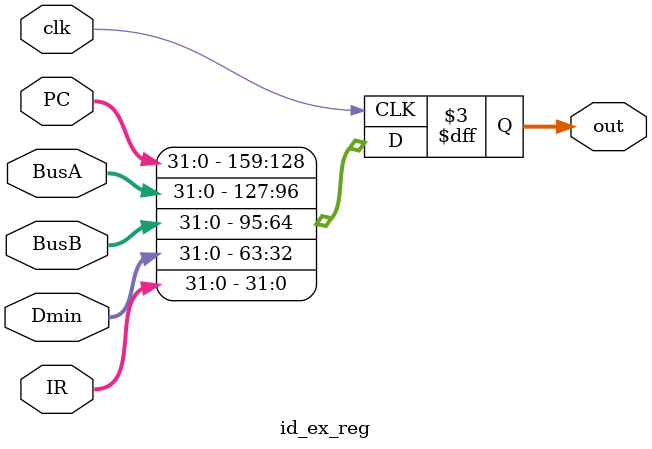
<source format=v>
module id_ex_reg(clk,PC,BusA,BusB,Dmin,IR,out);

input wire clk;
input wire[31:0] PC,BusA,BusB,Dmin,IR;
output reg[159:0] out;

initial begin
    out <=160'd0;
end

always@(negedge clk)begin
    out <= {PC,BusA,BusB,Dmin,IR};
end

endmodule
</source>
